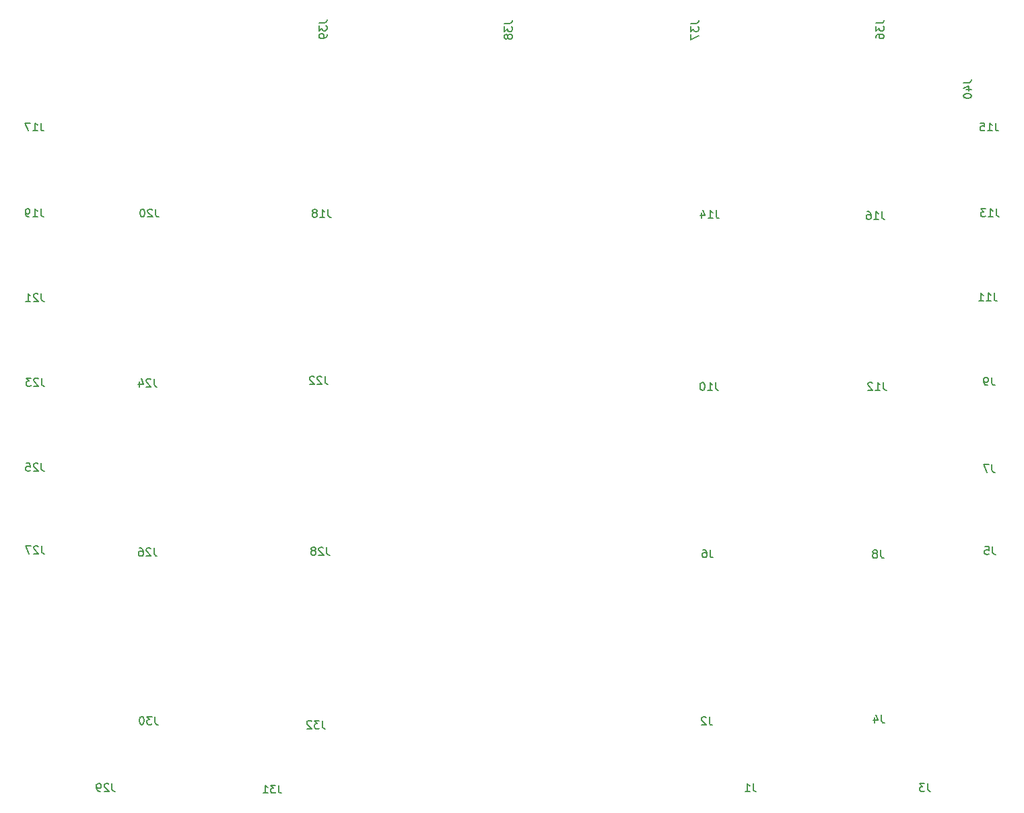
<source format=gbr>
G04 #@! TF.GenerationSoftware,KiCad,Pcbnew,(5.1.10-1-10_14)*
G04 #@! TF.CreationDate,2022-10-09T23:43:03+02:00*
G04 #@! TF.ProjectId,BoatCentralBoard,426f6174-4365-46e7-9472-616c426f6172,rev?*
G04 #@! TF.SameCoordinates,Original*
G04 #@! TF.FileFunction,Legend,Bot*
G04 #@! TF.FilePolarity,Positive*
%FSLAX46Y46*%
G04 Gerber Fmt 4.6, Leading zero omitted, Abs format (unit mm)*
G04 Created by KiCad (PCBNEW (5.1.10-1-10_14)) date 2022-10-09 23:43:03*
%MOMM*%
%LPD*%
G01*
G04 APERTURE LIST*
%ADD10C,0.150000*%
G04 APERTURE END LIST*
D10*
X169924133Y-108632980D02*
X169924133Y-109347266D01*
X169971752Y-109490123D01*
X170066990Y-109585361D01*
X170209847Y-109632980D01*
X170305085Y-109632980D01*
X169019371Y-108632980D02*
X169209847Y-108632980D01*
X169305085Y-108680600D01*
X169352704Y-108728219D01*
X169447942Y-108871076D01*
X169495561Y-109061552D01*
X169495561Y-109442504D01*
X169447942Y-109537742D01*
X169400323Y-109585361D01*
X169305085Y-109632980D01*
X169114609Y-109632980D01*
X169019371Y-109585361D01*
X168971752Y-109537742D01*
X168924133Y-109442504D01*
X168924133Y-109204409D01*
X168971752Y-109109171D01*
X169019371Y-109061552D01*
X169114609Y-109013933D01*
X169305085Y-109013933D01*
X169400323Y-109061552D01*
X169447942Y-109109171D01*
X169495561Y-109204409D01*
X205333333Y-97902380D02*
X205333333Y-98616666D01*
X205380952Y-98759523D01*
X205476190Y-98854761D01*
X205619047Y-98902380D01*
X205714285Y-98902380D01*
X204952380Y-97902380D02*
X204285714Y-97902380D01*
X204714285Y-98902380D01*
X201793180Y-49871076D02*
X202507466Y-49871076D01*
X202650323Y-49823457D01*
X202745561Y-49728219D01*
X202793180Y-49585361D01*
X202793180Y-49490123D01*
X202126514Y-50775838D02*
X202793180Y-50775838D01*
X201745561Y-50537742D02*
X202459847Y-50299647D01*
X202459847Y-50918695D01*
X201793180Y-51490123D02*
X201793180Y-51585361D01*
X201840800Y-51680600D01*
X201888419Y-51728219D01*
X201983657Y-51775838D01*
X202174133Y-51823457D01*
X202412228Y-51823457D01*
X202602704Y-51775838D01*
X202697942Y-51728219D01*
X202745561Y-51680600D01*
X202793180Y-51585361D01*
X202793180Y-51490123D01*
X202745561Y-51394885D01*
X202697942Y-51347266D01*
X202602704Y-51299647D01*
X202412228Y-51252028D01*
X202174133Y-51252028D01*
X201983657Y-51299647D01*
X201888419Y-51347266D01*
X201840800Y-51394885D01*
X201793180Y-51490123D01*
X120732380Y-42340476D02*
X121446666Y-42340476D01*
X121589523Y-42292857D01*
X121684761Y-42197619D01*
X121732380Y-42054761D01*
X121732380Y-41959523D01*
X120732380Y-42721428D02*
X120732380Y-43340476D01*
X121113333Y-43007142D01*
X121113333Y-43150000D01*
X121160952Y-43245238D01*
X121208571Y-43292857D01*
X121303809Y-43340476D01*
X121541904Y-43340476D01*
X121637142Y-43292857D01*
X121684761Y-43245238D01*
X121732380Y-43150000D01*
X121732380Y-42864285D01*
X121684761Y-42769047D01*
X121637142Y-42721428D01*
X121732380Y-43816666D02*
X121732380Y-44007142D01*
X121684761Y-44102380D01*
X121637142Y-44150000D01*
X121494285Y-44245238D01*
X121303809Y-44292857D01*
X120922857Y-44292857D01*
X120827619Y-44245238D01*
X120780000Y-44197619D01*
X120732380Y-44102380D01*
X120732380Y-43911904D01*
X120780000Y-43816666D01*
X120827619Y-43769047D01*
X120922857Y-43721428D01*
X121160952Y-43721428D01*
X121256190Y-43769047D01*
X121303809Y-43816666D01*
X121351428Y-43911904D01*
X121351428Y-44102380D01*
X121303809Y-44197619D01*
X121256190Y-44245238D01*
X121160952Y-44292857D01*
X144032380Y-42440476D02*
X144746666Y-42440476D01*
X144889523Y-42392857D01*
X144984761Y-42297619D01*
X145032380Y-42154761D01*
X145032380Y-42059523D01*
X144032380Y-42821428D02*
X144032380Y-43440476D01*
X144413333Y-43107142D01*
X144413333Y-43250000D01*
X144460952Y-43345238D01*
X144508571Y-43392857D01*
X144603809Y-43440476D01*
X144841904Y-43440476D01*
X144937142Y-43392857D01*
X144984761Y-43345238D01*
X145032380Y-43250000D01*
X145032380Y-42964285D01*
X144984761Y-42869047D01*
X144937142Y-42821428D01*
X144460952Y-44011904D02*
X144413333Y-43916666D01*
X144365714Y-43869047D01*
X144270476Y-43821428D01*
X144222857Y-43821428D01*
X144127619Y-43869047D01*
X144080000Y-43916666D01*
X144032380Y-44011904D01*
X144032380Y-44202380D01*
X144080000Y-44297619D01*
X144127619Y-44345238D01*
X144222857Y-44392857D01*
X144270476Y-44392857D01*
X144365714Y-44345238D01*
X144413333Y-44297619D01*
X144460952Y-44202380D01*
X144460952Y-44011904D01*
X144508571Y-43916666D01*
X144556190Y-43869047D01*
X144651428Y-43821428D01*
X144841904Y-43821428D01*
X144937142Y-43869047D01*
X144984761Y-43916666D01*
X145032380Y-44011904D01*
X145032380Y-44202380D01*
X144984761Y-44297619D01*
X144937142Y-44345238D01*
X144841904Y-44392857D01*
X144651428Y-44392857D01*
X144556190Y-44345238D01*
X144508571Y-44297619D01*
X144460952Y-44202380D01*
X167472380Y-42440476D02*
X168186666Y-42440476D01*
X168329523Y-42392857D01*
X168424761Y-42297619D01*
X168472380Y-42154761D01*
X168472380Y-42059523D01*
X167472380Y-42821428D02*
X167472380Y-43440476D01*
X167853333Y-43107142D01*
X167853333Y-43250000D01*
X167900952Y-43345238D01*
X167948571Y-43392857D01*
X168043809Y-43440476D01*
X168281904Y-43440476D01*
X168377142Y-43392857D01*
X168424761Y-43345238D01*
X168472380Y-43250000D01*
X168472380Y-42964285D01*
X168424761Y-42869047D01*
X168377142Y-42821428D01*
X167472380Y-43773809D02*
X167472380Y-44440476D01*
X168472380Y-44011904D01*
X190788580Y-42384276D02*
X191502866Y-42384276D01*
X191645723Y-42336657D01*
X191740961Y-42241419D01*
X191788580Y-42098561D01*
X191788580Y-42003323D01*
X190788580Y-42765228D02*
X190788580Y-43384276D01*
X191169533Y-43050942D01*
X191169533Y-43193800D01*
X191217152Y-43289038D01*
X191264771Y-43336657D01*
X191360009Y-43384276D01*
X191598104Y-43384276D01*
X191693342Y-43336657D01*
X191740961Y-43289038D01*
X191788580Y-43193800D01*
X191788580Y-42908085D01*
X191740961Y-42812847D01*
X191693342Y-42765228D01*
X190788580Y-44241419D02*
X190788580Y-44050942D01*
X190836200Y-43955704D01*
X190883819Y-43908085D01*
X191026676Y-43812847D01*
X191217152Y-43765228D01*
X191598104Y-43765228D01*
X191693342Y-43812847D01*
X191740961Y-43860466D01*
X191788580Y-43955704D01*
X191788580Y-44146180D01*
X191740961Y-44241419D01*
X191693342Y-44289038D01*
X191598104Y-44336657D01*
X191360009Y-44336657D01*
X191264771Y-44289038D01*
X191217152Y-44241419D01*
X191169533Y-44146180D01*
X191169533Y-43955704D01*
X191217152Y-43860466D01*
X191264771Y-43812847D01*
X191360009Y-43765228D01*
X169824133Y-129682980D02*
X169824133Y-130397266D01*
X169871752Y-130540123D01*
X169966990Y-130635361D01*
X170109847Y-130682980D01*
X170205085Y-130682980D01*
X169395561Y-129778219D02*
X169347942Y-129730600D01*
X169252704Y-129682980D01*
X169014609Y-129682980D01*
X168919371Y-129730600D01*
X168871752Y-129778219D01*
X168824133Y-129873457D01*
X168824133Y-129968695D01*
X168871752Y-130111552D01*
X169443180Y-130682980D01*
X168824133Y-130682980D01*
X170616123Y-87588580D02*
X170616123Y-88302866D01*
X170663742Y-88445723D01*
X170758980Y-88540961D01*
X170901838Y-88588580D01*
X170997076Y-88588580D01*
X169616123Y-88588580D02*
X170187552Y-88588580D01*
X169901838Y-88588580D02*
X169901838Y-87588580D01*
X169997076Y-87731438D01*
X170092314Y-87826676D01*
X170187552Y-87874295D01*
X168997076Y-87588580D02*
X168901838Y-87588580D01*
X168806600Y-87636200D01*
X168758980Y-87683819D01*
X168711361Y-87779057D01*
X168663742Y-87969533D01*
X168663742Y-88207628D01*
X168711361Y-88398104D01*
X168758980Y-88493342D01*
X168806600Y-88540961D01*
X168901838Y-88588580D01*
X168997076Y-88588580D01*
X169092314Y-88540961D01*
X169139933Y-88493342D01*
X169187552Y-88398104D01*
X169235171Y-88207628D01*
X169235171Y-87969533D01*
X169187552Y-87779057D01*
X169139933Y-87683819D01*
X169092314Y-87636200D01*
X168997076Y-87588580D01*
X191716123Y-87582980D02*
X191716123Y-88297266D01*
X191763742Y-88440123D01*
X191858980Y-88535361D01*
X192001838Y-88582980D01*
X192097076Y-88582980D01*
X190716123Y-88582980D02*
X191287552Y-88582980D01*
X191001838Y-88582980D02*
X191001838Y-87582980D01*
X191097076Y-87725838D01*
X191192314Y-87821076D01*
X191287552Y-87868695D01*
X190335171Y-87678219D02*
X190287552Y-87630600D01*
X190192314Y-87582980D01*
X189954219Y-87582980D01*
X189858980Y-87630600D01*
X189811361Y-87678219D01*
X189763742Y-87773457D01*
X189763742Y-87868695D01*
X189811361Y-88011552D01*
X190382790Y-88582980D01*
X189763742Y-88582980D01*
X170666123Y-65932980D02*
X170666123Y-66647266D01*
X170713742Y-66790123D01*
X170808980Y-66885361D01*
X170951838Y-66932980D01*
X171047076Y-66932980D01*
X169666123Y-66932980D02*
X170237552Y-66932980D01*
X169951838Y-66932980D02*
X169951838Y-65932980D01*
X170047076Y-66075838D01*
X170142314Y-66171076D01*
X170237552Y-66218695D01*
X168808980Y-66266314D02*
X168808980Y-66932980D01*
X169047076Y-65885361D02*
X169285171Y-66599647D01*
X168666123Y-66599647D01*
X121700323Y-108332980D02*
X121700323Y-109047266D01*
X121747942Y-109190123D01*
X121843180Y-109285361D01*
X121986038Y-109332980D01*
X122081276Y-109332980D01*
X121271752Y-108428219D02*
X121224133Y-108380600D01*
X121128895Y-108332980D01*
X120890800Y-108332980D01*
X120795561Y-108380600D01*
X120747942Y-108428219D01*
X120700323Y-108523457D01*
X120700323Y-108618695D01*
X120747942Y-108761552D01*
X121319371Y-109332980D01*
X120700323Y-109332980D01*
X120128895Y-108761552D02*
X120224133Y-108713933D01*
X120271752Y-108666314D01*
X120319371Y-108571076D01*
X120319371Y-108523457D01*
X120271752Y-108428219D01*
X120224133Y-108380600D01*
X120128895Y-108332980D01*
X119938419Y-108332980D01*
X119843180Y-108380600D01*
X119795561Y-108428219D01*
X119747942Y-108523457D01*
X119747942Y-108571076D01*
X119795561Y-108666314D01*
X119843180Y-108713933D01*
X119938419Y-108761552D01*
X120128895Y-108761552D01*
X120224133Y-108809171D01*
X120271752Y-108856790D01*
X120319371Y-108952028D01*
X120319371Y-109142504D01*
X120271752Y-109237742D01*
X120224133Y-109285361D01*
X120128895Y-109332980D01*
X119938419Y-109332980D01*
X119843180Y-109285361D01*
X119795561Y-109237742D01*
X119747942Y-109142504D01*
X119747942Y-108952028D01*
X119795561Y-108856790D01*
X119843180Y-108809171D01*
X119938419Y-108761552D01*
X100100323Y-129632980D02*
X100100323Y-130347266D01*
X100147942Y-130490123D01*
X100243180Y-130585361D01*
X100386038Y-130632980D01*
X100481276Y-130632980D01*
X99719371Y-129632980D02*
X99100323Y-129632980D01*
X99433657Y-130013933D01*
X99290800Y-130013933D01*
X99195561Y-130061552D01*
X99147942Y-130109171D01*
X99100323Y-130204409D01*
X99100323Y-130442504D01*
X99147942Y-130537742D01*
X99195561Y-130585361D01*
X99290800Y-130632980D01*
X99576514Y-130632980D01*
X99671752Y-130585361D01*
X99719371Y-130537742D01*
X98481276Y-129632980D02*
X98386038Y-129632980D01*
X98290800Y-129680600D01*
X98243180Y-129728219D01*
X98195561Y-129823457D01*
X98147942Y-130013933D01*
X98147942Y-130252028D01*
X98195561Y-130442504D01*
X98243180Y-130537742D01*
X98290800Y-130585361D01*
X98386038Y-130632980D01*
X98481276Y-130632980D01*
X98576514Y-130585361D01*
X98624133Y-130537742D01*
X98671752Y-130442504D01*
X98719371Y-130252028D01*
X98719371Y-130013933D01*
X98671752Y-129823457D01*
X98624133Y-129728219D01*
X98576514Y-129680600D01*
X98481276Y-129632980D01*
X121159523Y-130152380D02*
X121159523Y-130866666D01*
X121207142Y-131009523D01*
X121302380Y-131104761D01*
X121445238Y-131152380D01*
X121540476Y-131152380D01*
X120778571Y-130152380D02*
X120159523Y-130152380D01*
X120492857Y-130533333D01*
X120350000Y-130533333D01*
X120254761Y-130580952D01*
X120207142Y-130628571D01*
X120159523Y-130723809D01*
X120159523Y-130961904D01*
X120207142Y-131057142D01*
X120254761Y-131104761D01*
X120350000Y-131152380D01*
X120635714Y-131152380D01*
X120730952Y-131104761D01*
X120778571Y-131057142D01*
X119778571Y-130247619D02*
X119730952Y-130200000D01*
X119635714Y-130152380D01*
X119397619Y-130152380D01*
X119302380Y-130200000D01*
X119254761Y-130247619D01*
X119207142Y-130342857D01*
X119207142Y-130438095D01*
X119254761Y-130580952D01*
X119826190Y-131152380D01*
X119207142Y-131152380D01*
X100200323Y-65782980D02*
X100200323Y-66497266D01*
X100247942Y-66640123D01*
X100343180Y-66735361D01*
X100486038Y-66782980D01*
X100581276Y-66782980D01*
X99771752Y-65878219D02*
X99724133Y-65830600D01*
X99628895Y-65782980D01*
X99390800Y-65782980D01*
X99295561Y-65830600D01*
X99247942Y-65878219D01*
X99200323Y-65973457D01*
X99200323Y-66068695D01*
X99247942Y-66211552D01*
X99819371Y-66782980D01*
X99200323Y-66782980D01*
X98581276Y-65782980D02*
X98486038Y-65782980D01*
X98390800Y-65830600D01*
X98343180Y-65878219D01*
X98295561Y-65973457D01*
X98247942Y-66163933D01*
X98247942Y-66402028D01*
X98295561Y-66592504D01*
X98343180Y-66687742D01*
X98390800Y-66735361D01*
X98486038Y-66782980D01*
X98581276Y-66782980D01*
X98676514Y-66735361D01*
X98724133Y-66687742D01*
X98771752Y-66592504D01*
X98819371Y-66402028D01*
X98819371Y-66163933D01*
X98771752Y-65973457D01*
X98724133Y-65878219D01*
X98676514Y-65830600D01*
X98581276Y-65782980D01*
X121500323Y-86832980D02*
X121500323Y-87547266D01*
X121547942Y-87690123D01*
X121643180Y-87785361D01*
X121786038Y-87832980D01*
X121881276Y-87832980D01*
X121071752Y-86928219D02*
X121024133Y-86880600D01*
X120928895Y-86832980D01*
X120690800Y-86832980D01*
X120595561Y-86880600D01*
X120547942Y-86928219D01*
X120500323Y-87023457D01*
X120500323Y-87118695D01*
X120547942Y-87261552D01*
X121119371Y-87832980D01*
X120500323Y-87832980D01*
X120119371Y-86928219D02*
X120071752Y-86880600D01*
X119976514Y-86832980D01*
X119738419Y-86832980D01*
X119643180Y-86880600D01*
X119595561Y-86928219D01*
X119547942Y-87023457D01*
X119547942Y-87118695D01*
X119595561Y-87261552D01*
X120166990Y-87832980D01*
X119547942Y-87832980D01*
X100000323Y-87132980D02*
X100000323Y-87847266D01*
X100047942Y-87990123D01*
X100143180Y-88085361D01*
X100286038Y-88132980D01*
X100381276Y-88132980D01*
X99571752Y-87228219D02*
X99524133Y-87180600D01*
X99428895Y-87132980D01*
X99190800Y-87132980D01*
X99095561Y-87180600D01*
X99047942Y-87228219D01*
X99000323Y-87323457D01*
X99000323Y-87418695D01*
X99047942Y-87561552D01*
X99619371Y-88132980D01*
X99000323Y-88132980D01*
X98143180Y-87466314D02*
X98143180Y-88132980D01*
X98381276Y-87085361D02*
X98619371Y-87799647D01*
X98000323Y-87799647D01*
X100000323Y-108432980D02*
X100000323Y-109147266D01*
X100047942Y-109290123D01*
X100143180Y-109385361D01*
X100286038Y-109432980D01*
X100381276Y-109432980D01*
X99571752Y-108528219D02*
X99524133Y-108480600D01*
X99428895Y-108432980D01*
X99190800Y-108432980D01*
X99095561Y-108480600D01*
X99047942Y-108528219D01*
X99000323Y-108623457D01*
X99000323Y-108718695D01*
X99047942Y-108861552D01*
X99619371Y-109432980D01*
X99000323Y-109432980D01*
X98143180Y-108432980D02*
X98333657Y-108432980D01*
X98428895Y-108480600D01*
X98476514Y-108528219D01*
X98571752Y-108671076D01*
X98619371Y-108861552D01*
X98619371Y-109242504D01*
X98571752Y-109337742D01*
X98524133Y-109385361D01*
X98428895Y-109432980D01*
X98238419Y-109432980D01*
X98143180Y-109385361D01*
X98095561Y-109337742D01*
X98047942Y-109242504D01*
X98047942Y-109004409D01*
X98095561Y-108909171D01*
X98143180Y-108861552D01*
X98238419Y-108813933D01*
X98428895Y-108813933D01*
X98524133Y-108861552D01*
X98571752Y-108909171D01*
X98619371Y-109004409D01*
X191474133Y-129432980D02*
X191474133Y-130147266D01*
X191521752Y-130290123D01*
X191616990Y-130385361D01*
X191759847Y-130432980D01*
X191855085Y-130432980D01*
X190569371Y-129766314D02*
X190569371Y-130432980D01*
X190807466Y-129385361D02*
X191045561Y-130099647D01*
X190426514Y-130099647D01*
X191516123Y-66088580D02*
X191516123Y-66802866D01*
X191563742Y-66945723D01*
X191658980Y-67040961D01*
X191801838Y-67088580D01*
X191897076Y-67088580D01*
X190516123Y-67088580D02*
X191087552Y-67088580D01*
X190801838Y-67088580D02*
X190801838Y-66088580D01*
X190897076Y-66231438D01*
X190992314Y-66326676D01*
X191087552Y-66374295D01*
X189658980Y-66088580D02*
X189849457Y-66088580D01*
X189944695Y-66136200D01*
X189992314Y-66183819D01*
X190087552Y-66326676D01*
X190135171Y-66517152D01*
X190135171Y-66898104D01*
X190087552Y-66993342D01*
X190039933Y-67040961D01*
X189944695Y-67088580D01*
X189754219Y-67088580D01*
X189658980Y-67040961D01*
X189611361Y-66993342D01*
X189563742Y-66898104D01*
X189563742Y-66660009D01*
X189611361Y-66564771D01*
X189658980Y-66517152D01*
X189754219Y-66469533D01*
X189944695Y-66469533D01*
X190039933Y-66517152D01*
X190087552Y-66564771D01*
X190135171Y-66660009D01*
X121850323Y-65832980D02*
X121850323Y-66547266D01*
X121897942Y-66690123D01*
X121993180Y-66785361D01*
X122136038Y-66832980D01*
X122231276Y-66832980D01*
X120850323Y-66832980D02*
X121421752Y-66832980D01*
X121136038Y-66832980D02*
X121136038Y-65832980D01*
X121231276Y-65975838D01*
X121326514Y-66071076D01*
X121421752Y-66118695D01*
X120278895Y-66261552D02*
X120374133Y-66213933D01*
X120421752Y-66166314D01*
X120469371Y-66071076D01*
X120469371Y-66023457D01*
X120421752Y-65928219D01*
X120374133Y-65880600D01*
X120278895Y-65832980D01*
X120088419Y-65832980D01*
X119993180Y-65880600D01*
X119945561Y-65928219D01*
X119897942Y-66023457D01*
X119897942Y-66071076D01*
X119945561Y-66166314D01*
X119993180Y-66213933D01*
X120088419Y-66261552D01*
X120278895Y-66261552D01*
X120374133Y-66309171D01*
X120421752Y-66356790D01*
X120469371Y-66452028D01*
X120469371Y-66642504D01*
X120421752Y-66737742D01*
X120374133Y-66785361D01*
X120278895Y-66832980D01*
X120088419Y-66832980D01*
X119993180Y-66785361D01*
X119945561Y-66737742D01*
X119897942Y-66642504D01*
X119897942Y-66452028D01*
X119945561Y-66356790D01*
X119993180Y-66309171D01*
X120088419Y-66261552D01*
X191374133Y-108682980D02*
X191374133Y-109397266D01*
X191421752Y-109540123D01*
X191516990Y-109635361D01*
X191659847Y-109682980D01*
X191755085Y-109682980D01*
X190755085Y-109111552D02*
X190850323Y-109063933D01*
X190897942Y-109016314D01*
X190945561Y-108921076D01*
X190945561Y-108873457D01*
X190897942Y-108778219D01*
X190850323Y-108730600D01*
X190755085Y-108682980D01*
X190564609Y-108682980D01*
X190469371Y-108730600D01*
X190421752Y-108778219D01*
X190374133Y-108873457D01*
X190374133Y-108921076D01*
X190421752Y-109016314D01*
X190469371Y-109063933D01*
X190564609Y-109111552D01*
X190755085Y-109111552D01*
X190850323Y-109159171D01*
X190897942Y-109206790D01*
X190945561Y-109302028D01*
X190945561Y-109492504D01*
X190897942Y-109587742D01*
X190850323Y-109635361D01*
X190755085Y-109682980D01*
X190564609Y-109682980D01*
X190469371Y-109635361D01*
X190421752Y-109587742D01*
X190374133Y-109492504D01*
X190374133Y-109302028D01*
X190421752Y-109206790D01*
X190469371Y-109159171D01*
X190564609Y-109111552D01*
X85809523Y-97752380D02*
X85809523Y-98466666D01*
X85857142Y-98609523D01*
X85952380Y-98704761D01*
X86095238Y-98752380D01*
X86190476Y-98752380D01*
X85380952Y-97847619D02*
X85333333Y-97800000D01*
X85238095Y-97752380D01*
X85000000Y-97752380D01*
X84904761Y-97800000D01*
X84857142Y-97847619D01*
X84809523Y-97942857D01*
X84809523Y-98038095D01*
X84857142Y-98180952D01*
X85428571Y-98752380D01*
X84809523Y-98752380D01*
X83904761Y-97752380D02*
X84380952Y-97752380D01*
X84428571Y-98228571D01*
X84380952Y-98180952D01*
X84285714Y-98133333D01*
X84047619Y-98133333D01*
X83952380Y-98180952D01*
X83904761Y-98228571D01*
X83857142Y-98323809D01*
X83857142Y-98561904D01*
X83904761Y-98657142D01*
X83952380Y-98704761D01*
X84047619Y-98752380D01*
X84285714Y-98752380D01*
X84380952Y-98704761D01*
X84428571Y-98657142D01*
X85859523Y-87052380D02*
X85859523Y-87766666D01*
X85907142Y-87909523D01*
X86002380Y-88004761D01*
X86145238Y-88052380D01*
X86240476Y-88052380D01*
X85430952Y-87147619D02*
X85383333Y-87100000D01*
X85288095Y-87052380D01*
X85050000Y-87052380D01*
X84954761Y-87100000D01*
X84907142Y-87147619D01*
X84859523Y-87242857D01*
X84859523Y-87338095D01*
X84907142Y-87480952D01*
X85478571Y-88052380D01*
X84859523Y-88052380D01*
X84526190Y-87052380D02*
X83907142Y-87052380D01*
X84240476Y-87433333D01*
X84097619Y-87433333D01*
X84002380Y-87480952D01*
X83954761Y-87528571D01*
X83907142Y-87623809D01*
X83907142Y-87861904D01*
X83954761Y-87957142D01*
X84002380Y-88004761D01*
X84097619Y-88052380D01*
X84383333Y-88052380D01*
X84478571Y-88004761D01*
X84526190Y-87957142D01*
X85809523Y-76402380D02*
X85809523Y-77116666D01*
X85857142Y-77259523D01*
X85952380Y-77354761D01*
X86095238Y-77402380D01*
X86190476Y-77402380D01*
X85380952Y-76497619D02*
X85333333Y-76450000D01*
X85238095Y-76402380D01*
X85000000Y-76402380D01*
X84904761Y-76450000D01*
X84857142Y-76497619D01*
X84809523Y-76592857D01*
X84809523Y-76688095D01*
X84857142Y-76830952D01*
X85428571Y-77402380D01*
X84809523Y-77402380D01*
X83857142Y-77402380D02*
X84428571Y-77402380D01*
X84142857Y-77402380D02*
X84142857Y-76402380D01*
X84238095Y-76545238D01*
X84333333Y-76640476D01*
X84428571Y-76688095D01*
X85759523Y-65752380D02*
X85759523Y-66466666D01*
X85807142Y-66609523D01*
X85902380Y-66704761D01*
X86045238Y-66752380D01*
X86140476Y-66752380D01*
X84759523Y-66752380D02*
X85330952Y-66752380D01*
X85045238Y-66752380D02*
X85045238Y-65752380D01*
X85140476Y-65895238D01*
X85235714Y-65990476D01*
X85330952Y-66038095D01*
X84283333Y-66752380D02*
X84092857Y-66752380D01*
X83997619Y-66704761D01*
X83950000Y-66657142D01*
X83854761Y-66514285D01*
X83807142Y-66323809D01*
X83807142Y-65942857D01*
X83854761Y-65847619D01*
X83902380Y-65800000D01*
X83997619Y-65752380D01*
X84188095Y-65752380D01*
X84283333Y-65800000D01*
X84330952Y-65847619D01*
X84378571Y-65942857D01*
X84378571Y-66180952D01*
X84330952Y-66276190D01*
X84283333Y-66323809D01*
X84188095Y-66371428D01*
X83997619Y-66371428D01*
X83902380Y-66323809D01*
X83854761Y-66276190D01*
X83807142Y-66180952D01*
X85759523Y-54952380D02*
X85759523Y-55666666D01*
X85807142Y-55809523D01*
X85902380Y-55904761D01*
X86045238Y-55952380D01*
X86140476Y-55952380D01*
X84759523Y-55952380D02*
X85330952Y-55952380D01*
X85045238Y-55952380D02*
X85045238Y-54952380D01*
X85140476Y-55095238D01*
X85235714Y-55190476D01*
X85330952Y-55238095D01*
X84426190Y-54952380D02*
X83759523Y-54952380D01*
X84188095Y-55952380D01*
X115659523Y-138252380D02*
X115659523Y-138966666D01*
X115707142Y-139109523D01*
X115802380Y-139204761D01*
X115945238Y-139252380D01*
X116040476Y-139252380D01*
X115278571Y-138252380D02*
X114659523Y-138252380D01*
X114992857Y-138633333D01*
X114850000Y-138633333D01*
X114754761Y-138680952D01*
X114707142Y-138728571D01*
X114659523Y-138823809D01*
X114659523Y-139061904D01*
X114707142Y-139157142D01*
X114754761Y-139204761D01*
X114850000Y-139252380D01*
X115135714Y-139252380D01*
X115230952Y-139204761D01*
X115278571Y-139157142D01*
X113707142Y-139252380D02*
X114278571Y-139252380D01*
X113992857Y-139252380D02*
X113992857Y-138252380D01*
X114088095Y-138395238D01*
X114183333Y-138490476D01*
X114278571Y-138538095D01*
X94709523Y-138052380D02*
X94709523Y-138766666D01*
X94757142Y-138909523D01*
X94852380Y-139004761D01*
X94995238Y-139052380D01*
X95090476Y-139052380D01*
X94280952Y-138147619D02*
X94233333Y-138100000D01*
X94138095Y-138052380D01*
X93900000Y-138052380D01*
X93804761Y-138100000D01*
X93757142Y-138147619D01*
X93709523Y-138242857D01*
X93709523Y-138338095D01*
X93757142Y-138480952D01*
X94328571Y-139052380D01*
X93709523Y-139052380D01*
X93233333Y-139052380D02*
X93042857Y-139052380D01*
X92947619Y-139004761D01*
X92900000Y-138957142D01*
X92804761Y-138814285D01*
X92757142Y-138623809D01*
X92757142Y-138242857D01*
X92804761Y-138147619D01*
X92852380Y-138100000D01*
X92947619Y-138052380D01*
X93138095Y-138052380D01*
X93233333Y-138100000D01*
X93280952Y-138147619D01*
X93328571Y-138242857D01*
X93328571Y-138480952D01*
X93280952Y-138576190D01*
X93233333Y-138623809D01*
X93138095Y-138671428D01*
X92947619Y-138671428D01*
X92852380Y-138623809D01*
X92804761Y-138576190D01*
X92757142Y-138480952D01*
X85859523Y-108152380D02*
X85859523Y-108866666D01*
X85907142Y-109009523D01*
X86002380Y-109104761D01*
X86145238Y-109152380D01*
X86240476Y-109152380D01*
X85430952Y-108247619D02*
X85383333Y-108200000D01*
X85288095Y-108152380D01*
X85050000Y-108152380D01*
X84954761Y-108200000D01*
X84907142Y-108247619D01*
X84859523Y-108342857D01*
X84859523Y-108438095D01*
X84907142Y-108580952D01*
X85478571Y-109152380D01*
X84859523Y-109152380D01*
X84526190Y-108152380D02*
X83859523Y-108152380D01*
X84288095Y-109152380D01*
X205809523Y-54952380D02*
X205809523Y-55666666D01*
X205857142Y-55809523D01*
X205952380Y-55904761D01*
X206095238Y-55952380D01*
X206190476Y-55952380D01*
X204809523Y-55952380D02*
X205380952Y-55952380D01*
X205095238Y-55952380D02*
X205095238Y-54952380D01*
X205190476Y-55095238D01*
X205285714Y-55190476D01*
X205380952Y-55238095D01*
X203904761Y-54952380D02*
X204380952Y-54952380D01*
X204428571Y-55428571D01*
X204380952Y-55380952D01*
X204285714Y-55333333D01*
X204047619Y-55333333D01*
X203952380Y-55380952D01*
X203904761Y-55428571D01*
X203857142Y-55523809D01*
X203857142Y-55761904D01*
X203904761Y-55857142D01*
X203952380Y-55904761D01*
X204047619Y-55952380D01*
X204285714Y-55952380D01*
X204380952Y-55904761D01*
X204428571Y-55857142D01*
X205909523Y-65752380D02*
X205909523Y-66466666D01*
X205957142Y-66609523D01*
X206052380Y-66704761D01*
X206195238Y-66752380D01*
X206290476Y-66752380D01*
X204909523Y-66752380D02*
X205480952Y-66752380D01*
X205195238Y-66752380D02*
X205195238Y-65752380D01*
X205290476Y-65895238D01*
X205385714Y-65990476D01*
X205480952Y-66038095D01*
X204576190Y-65752380D02*
X203957142Y-65752380D01*
X204290476Y-66133333D01*
X204147619Y-66133333D01*
X204052380Y-66180952D01*
X204004761Y-66228571D01*
X203957142Y-66323809D01*
X203957142Y-66561904D01*
X204004761Y-66657142D01*
X204052380Y-66704761D01*
X204147619Y-66752380D01*
X204433333Y-66752380D01*
X204528571Y-66704761D01*
X204576190Y-66657142D01*
X205659523Y-76352380D02*
X205659523Y-77066666D01*
X205707142Y-77209523D01*
X205802380Y-77304761D01*
X205945238Y-77352380D01*
X206040476Y-77352380D01*
X204659523Y-77352380D02*
X205230952Y-77352380D01*
X204945238Y-77352380D02*
X204945238Y-76352380D01*
X205040476Y-76495238D01*
X205135714Y-76590476D01*
X205230952Y-76638095D01*
X203707142Y-77352380D02*
X204278571Y-77352380D01*
X203992857Y-77352380D02*
X203992857Y-76352380D01*
X204088095Y-76495238D01*
X204183333Y-76590476D01*
X204278571Y-76638095D01*
X205333333Y-86952380D02*
X205333333Y-87666666D01*
X205380952Y-87809523D01*
X205476190Y-87904761D01*
X205619047Y-87952380D01*
X205714285Y-87952380D01*
X204809523Y-87952380D02*
X204619047Y-87952380D01*
X204523809Y-87904761D01*
X204476190Y-87857142D01*
X204380952Y-87714285D01*
X204333333Y-87523809D01*
X204333333Y-87142857D01*
X204380952Y-87047619D01*
X204428571Y-87000000D01*
X204523809Y-86952380D01*
X204714285Y-86952380D01*
X204809523Y-87000000D01*
X204857142Y-87047619D01*
X204904761Y-87142857D01*
X204904761Y-87380952D01*
X204857142Y-87476190D01*
X204809523Y-87523809D01*
X204714285Y-87571428D01*
X204523809Y-87571428D01*
X204428571Y-87523809D01*
X204380952Y-87476190D01*
X204333333Y-87380952D01*
X205433333Y-108252380D02*
X205433333Y-108966666D01*
X205480952Y-109109523D01*
X205576190Y-109204761D01*
X205719047Y-109252380D01*
X205814285Y-109252380D01*
X204480952Y-108252380D02*
X204957142Y-108252380D01*
X205004761Y-108728571D01*
X204957142Y-108680952D01*
X204861904Y-108633333D01*
X204623809Y-108633333D01*
X204528571Y-108680952D01*
X204480952Y-108728571D01*
X204433333Y-108823809D01*
X204433333Y-109061904D01*
X204480952Y-109157142D01*
X204528571Y-109204761D01*
X204623809Y-109252380D01*
X204861904Y-109252380D01*
X204957142Y-109204761D01*
X205004761Y-109157142D01*
X197283333Y-138052380D02*
X197283333Y-138766666D01*
X197330952Y-138909523D01*
X197426190Y-139004761D01*
X197569047Y-139052380D01*
X197664285Y-139052380D01*
X196902380Y-138052380D02*
X196283333Y-138052380D01*
X196616666Y-138433333D01*
X196473809Y-138433333D01*
X196378571Y-138480952D01*
X196330952Y-138528571D01*
X196283333Y-138623809D01*
X196283333Y-138861904D01*
X196330952Y-138957142D01*
X196378571Y-139004761D01*
X196473809Y-139052380D01*
X196759523Y-139052380D01*
X196854761Y-139004761D01*
X196902380Y-138957142D01*
X175333333Y-138052380D02*
X175333333Y-138766666D01*
X175380952Y-138909523D01*
X175476190Y-139004761D01*
X175619047Y-139052380D01*
X175714285Y-139052380D01*
X174333333Y-139052380D02*
X174904761Y-139052380D01*
X174619047Y-139052380D02*
X174619047Y-138052380D01*
X174714285Y-138195238D01*
X174809523Y-138290476D01*
X174904761Y-138338095D01*
M02*

</source>
